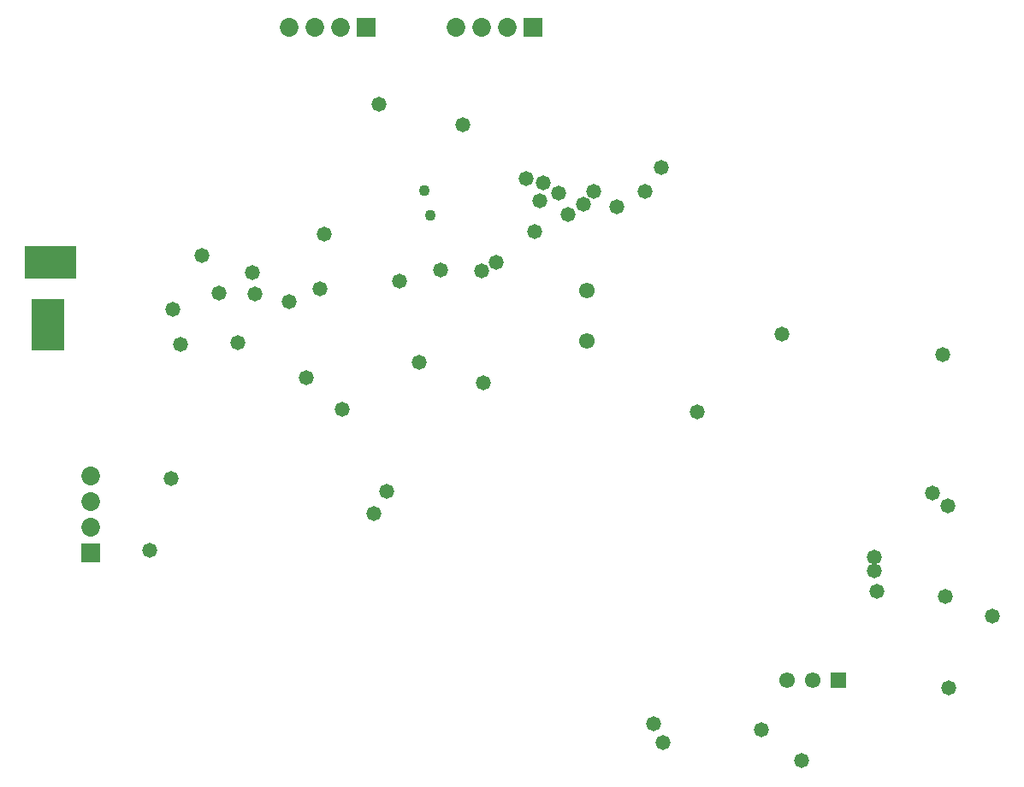
<source format=gbr>
G04*
G04 #@! TF.GenerationSoftware,Altium Limited,Altium Designer,24.9.1 (31)*
G04*
G04 Layer_Color=16711935*
%FSLAX44Y44*%
%MOMM*%
G71*
G04*
G04 #@! TF.SameCoordinates,0288D2A1-9ADD-411E-8E8B-FA1067C2B916*
G04*
G04*
G04 #@! TF.FilePolarity,Negative*
G04*
G01*
G75*
%ADD121C,1.8532*%
%ADD122R,1.8532X1.8532*%
%ADD123R,3.2032X5.2032*%
%ADD124R,5.2032X3.2032*%
%ADD125C,1.5500*%
%ADD126R,1.5500X1.5500*%
%ADD127C,1.5532*%
%ADD128R,1.8532X1.8532*%
%ADD129C,1.4732*%
%ADD130C,1.0922*%
D121*
X749300Y1169670D02*
D03*
X774700D02*
D03*
X800100D02*
D03*
X914400D02*
D03*
X939800D02*
D03*
X965200D02*
D03*
X552450Y725170D02*
D03*
Y699770D02*
D03*
Y674370D02*
D03*
D122*
X825500Y1169670D02*
D03*
X990600D02*
D03*
D123*
X510540Y875030D02*
D03*
D124*
X513080Y937260D02*
D03*
D125*
X1242060Y523240D02*
D03*
X1267460D02*
D03*
D126*
X1292860D02*
D03*
D127*
X1043940Y858920D02*
D03*
Y908920D02*
D03*
D128*
X552450Y648970D02*
D03*
D129*
X953770Y937260D02*
D03*
X983551Y1020381D02*
D03*
X1000760Y1016000D02*
D03*
X1016000Y1005840D02*
D03*
X996950Y998220D02*
D03*
X991870Y967740D02*
D03*
X662940Y943610D02*
D03*
X633730Y890270D02*
D03*
X641350Y855980D02*
D03*
X765810Y822960D02*
D03*
X698500Y857250D02*
D03*
X712470Y927100D02*
D03*
X715010Y905510D02*
D03*
X749300Y897890D02*
D03*
X679450Y906780D02*
D03*
X1328420Y645160D02*
D03*
X1385570Y708660D02*
D03*
X1330960Y610870D02*
D03*
X1400810Y695960D02*
D03*
X1328420Y631190D02*
D03*
X1398270Y605790D02*
D03*
X877570Y838200D02*
D03*
X920750Y1073150D02*
D03*
X939800Y928370D02*
D03*
X1101090Y1007110D02*
D03*
X1236980Y866140D02*
D03*
X1445260Y586740D02*
D03*
X1050290Y1007110D02*
D03*
X779930Y910740D02*
D03*
X838200Y1093470D02*
D03*
X783590Y965200D02*
D03*
X858520Y918210D02*
D03*
X899160Y929640D02*
D03*
X801370Y791210D02*
D03*
X833120Y688340D02*
D03*
X845820Y709930D02*
D03*
X941070Y817880D02*
D03*
X1216660Y473710D02*
D03*
X1117675Y1031240D02*
D03*
X1109980Y480060D02*
D03*
X1073150Y991870D02*
D03*
X1153160Y788670D02*
D03*
X1402005Y515545D02*
D03*
X632460Y722630D02*
D03*
X1395730Y845820D02*
D03*
X610870Y651510D02*
D03*
X1256030Y443230D02*
D03*
X1118870Y461010D02*
D03*
X1024890Y984250D02*
D03*
X1040130Y994410D02*
D03*
D130*
X888630Y983350D02*
D03*
X882650Y1008380D02*
D03*
M02*

</source>
